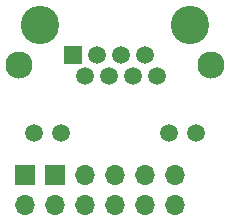
<source format=gts>
G04 #@! TF.GenerationSoftware,KiCad,Pcbnew,(5.1.10)-1*
G04 #@! TF.CreationDate,2021-11-17T17:41:03-06:00*
G04 #@! TF.ProjectId,RJ45 Clearpath BOB,524a3435-2043-46c6-9561-727061746820,rev?*
G04 #@! TF.SameCoordinates,Original*
G04 #@! TF.FileFunction,Soldermask,Top*
G04 #@! TF.FilePolarity,Negative*
%FSLAX46Y46*%
G04 Gerber Fmt 4.6, Leading zero omitted, Abs format (unit mm)*
G04 Created by KiCad (PCBNEW (5.1.10)-1) date 2021-11-17 17:41:03*
%MOMM*%
%LPD*%
G01*
G04 APERTURE LIST*
%ADD10C,1.500000*%
%ADD11C,2.300000*%
%ADD12C,3.250000*%
%ADD13R,1.500000X1.500000*%
%ADD14O,1.700000X1.700000*%
%ADD15R,1.700000X1.700000*%
G04 APERTURE END LIST*
D10*
X232920000Y-106930000D03*
X230630000Y-106930000D03*
X221490000Y-106930000D03*
X219200000Y-106930000D03*
D11*
X217930000Y-101220000D03*
X234190000Y-101220000D03*
D12*
X232410000Y-97790000D03*
X219710000Y-97790000D03*
D10*
X229612000Y-102110000D03*
X227580000Y-102110000D03*
X225548000Y-102110000D03*
X223516000Y-102110000D03*
X228596000Y-100330000D03*
X226564000Y-100330000D03*
X224532000Y-100330000D03*
D13*
X222500000Y-100330000D03*
D14*
X231140000Y-113030000D03*
X231140000Y-110490000D03*
X228600000Y-113030000D03*
X228600000Y-110490000D03*
X226060000Y-113030000D03*
X226060000Y-110490000D03*
X223520000Y-113030000D03*
X223520000Y-110490000D03*
X220980000Y-113030000D03*
D15*
X220980000Y-110490000D03*
D14*
X218440000Y-113030000D03*
D15*
X218440000Y-110490000D03*
M02*

</source>
